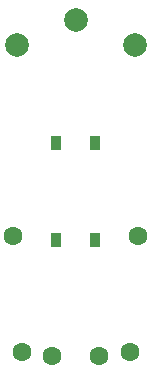
<source format=gbr>
%TF.GenerationSoftware,KiCad,Pcbnew,(5.99.0-11571-g293f207356)*%
%TF.CreationDate,2021-10-16T17:12:02-05:00*%
%TF.ProjectId,kicad-test,6b696361-642d-4746-9573-742e6b696361,rev?*%
%TF.SameCoordinates,Original*%
%TF.FileFunction,Copper,L2,Bot*%
%TF.FilePolarity,Positive*%
%FSLAX46Y46*%
G04 Gerber Fmt 4.6, Leading zero omitted, Abs format (unit mm)*
G04 Created by KiCad (PCBNEW (5.99.0-11571-g293f207356)) date 2021-10-16 17:12:02*
%MOMM*%
%LPD*%
G01*
G04 APERTURE LIST*
%TA.AperFunction,ComponentPad*%
%ADD10C,1.600000*%
%TD*%
%TA.AperFunction,ComponentPad*%
%ADD11R,0.900000X1.200000*%
%TD*%
%TA.AperFunction,ComponentPad*%
%ADD12C,2.000000*%
%TD*%
G04 APERTURE END LIST*
D10*
%TO.P,REF\u002A\u002A,1*%
%TO.N,N/C*%
X150000000Y-112750000D03*
%TO.P,REF\u002A\u002A,3*%
X143420000Y-112450000D03*
%TO.P,REF\u002A\u002A,1*%
X146000000Y-112750000D03*
%TO.P,REF\u002A\u002A,3*%
X152580000Y-112450000D03*
%TO.P,REF\u002A\u002A,5*%
X153300000Y-102600000D03*
%TO.P,REF\u002A\u002A,4*%
X142700000Y-102600000D03*
D11*
%TO.P,REF\u002A\u002A,3*%
X146350000Y-103000000D03*
%TO.P,REF\u002A\u002A,2*%
X149650000Y-103000000D03*
%TD*%
D12*
%TO.P,REF\u002A\u002A,1*%
%TO.N,N/C*%
X148000000Y-84350000D03*
%TO.P,REF\u002A\u002A,3*%
X153000000Y-86450000D03*
X143000000Y-86450000D03*
D11*
%TO.P,REF\u002A\u002A,2*%
X146350000Y-94750000D03*
%TO.P,REF\u002A\u002A,3*%
X149650000Y-94750000D03*
%TD*%
M02*

</source>
